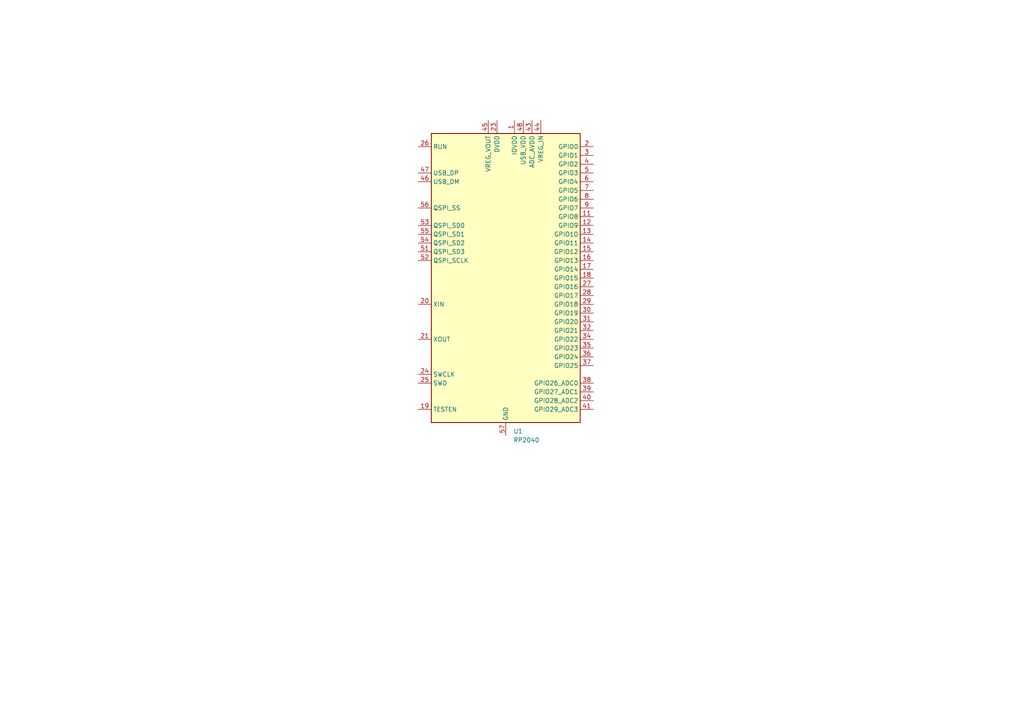
<source format=kicad_sch>
(kicad_sch (version 20230121) (generator eeschema)
  (paper "A4")
  (lib_symbols
    (symbol "MCU_RaspberryPi:RP2040"
      (property "Reference" "U" (at 17.78 45.72 0))
      (property "Value" "RP2040" (at 17.78 43.18 0))
      (symbol "RP2040_0_1"
        (rectangle (start -21.59 41.91) (end 21.59 -41.91) (stroke (width 0.254)) (fill (type background)))
      )
      (symbol "RP2040_1_1"
        (pin power_in line (at 2.54 45.72 270) (length 3.81) (name "IOVDD") (number "1"))
        (pin passive line (at 2.54 45.72 270) (length 3.81) hide (name "IOVDD") (number "10"))
        (pin bidirectional line (at 25.4 17.78 180) (length 3.81) (name "GPIO8") (number "11"))
        (pin bidirectional line (at 25.4 15.24 180) (length 3.81) (name "GPIO9") (number "12"))
        (pin bidirectional line (at 25.4 12.7 180) (length 3.81) (name "GPIO10") (number "13"))
        (pin bidirectional line (at 25.4 10.16 180) (length 3.81) (name "GPIO11") (number "14"))
        (pin bidirectional line (at 25.4 7.62 180) (length 3.81) (name "GPIO12") (number "15"))
        (pin bidirectional line (at 25.4 5.08 180) (length 3.81) (name "GPIO13") (number "16"))
        (pin bidirectional line (at 25.4 2.54 180) (length 3.81) (name "GPIO14") (number "17"))
        (pin bidirectional line (at 25.4 0 180) (length 3.81) (name "GPIO15") (number "18"))
        (pin input line (at -25.4 -38.1 0) (length 3.81) (name "TESTEN") (number "19"))
        (pin bidirectional line (at 25.4 38.1 180) (length 3.81) (name "GPIO0") (number "2"))
        (pin input line (at -25.4 -7.62 0) (length 3.81) (name "XIN") (number "20"))
        (pin passive line (at -25.4 -17.78 0) (length 3.81) (name "XOUT") (number "21"))
        (pin passive line (at 2.54 45.72 270) (length 3.81) hide (name "IOVDD") (number "22"))
        (pin power_in line (at -2.54 45.72 270) (length 3.81) (name "DVDD") (number "23"))
        (pin input line (at -25.4 -27.94 0) (length 3.81) (name "SWCLK") (number "24"))
        (pin bidirectional line (at -25.4 -30.48 0) (length 3.81) (name "SWD") (number "25"))
        (pin input line (at -25.4 38.1 0) (length 3.81) (name "RUN") (number "26"))
        (pin bidirectional line (at 25.4 -2.54 180) (length 3.81) (name "GPIO16") (number "27"))
        (pin bidirectional line (at 25.4 -5.08 180) (length 3.81) (name "GPIO17") (number "28"))
        (pin bidirectional line (at 25.4 -7.62 180) (length 3.81) (name "GPIO18") (number "29"))
        (pin bidirectional line (at 25.4 35.56 180) (length 3.81) (name "GPIO1") (number "3"))
        (pin bidirectional line (at 25.4 -10.16 180) (length 3.81) (name "GPIO19") (number "30"))
        (pin bidirectional line (at 25.4 -12.7 180) (length 3.81) (name "GPIO20") (number "31"))
        (pin bidirectional line (at 25.4 -15.24 180) (length 3.81) (name "GPIO21") (number "32"))
        (pin passive line (at 2.54 45.72 270) (length 3.81) hide (name "IOVDD") (number "33"))
        (pin bidirectional line (at 25.4 -17.78 180) (length 3.81) (name "GPIO22") (number "34"))
        (pin bidirectional line (at 25.4 -20.32 180) (length 3.81) (name "GPIO23") (number "35"))
        (pin bidirectional line (at 25.4 -22.86 180) (length 3.81) (name "GPIO24") (number "36"))
        (pin bidirectional line (at 25.4 -25.4 180) (length 3.81) (name "GPIO25") (number "37"))
        (pin bidirectional line (at 25.4 -30.48 180) (length 3.81) (name "GPIO26_ADC0") (number "38"))
        (pin bidirectional line (at 25.4 -33.02 180) (length 3.81) (name "GPIO27_ADC1") (number "39"))
        (pin bidirectional line (at 25.4 33.02 180) (length 3.81) (name "GPIO2") (number "4"))
        (pin bidirectional line (at 25.4 -35.56 180) (length 3.81) (name "GPIO28_ADC2") (number "40"))
        (pin bidirectional line (at 25.4 -38.1 180) (length 3.81) (name "GPIO29_ADC3") (number "41"))
        (pin passive line (at 2.54 45.72 270) (length 3.81) hide (name "IOVDD") (number "42"))
        (pin power_in line (at 7.62 45.72 270) (length 3.81) (name "ADC_AVDD") (number "43"))
        (pin power_in line (at 10.16 45.72 270) (length 3.81) (name "VREG_IN") (number "44"))
        (pin power_out line (at -5.08 45.72 270) (length 3.81) (name "VREG_VOUT") (number "45"))
        (pin bidirectional line (at -25.4 27.94 0) (length 3.81) (name "USB_DM") (number "46"))
        (pin bidirectional line (at -25.4 30.48 0) (length 3.81) (name "USB_DP") (number "47"))
        (pin power_in line (at 5.08 45.72 270) (length 3.81) (name "USB_VDD") (number "48"))
        (pin passive line (at 2.54 45.72 270) (length 3.81) hide (name "IOVDD") (number "49"))
        (pin bidirectional line (at 25.4 30.48 180) (length 3.81) (name "GPIO3") (number "5"))
        (pin passive line (at -2.54 45.72 270) (length 3.81) hide (name "DVDD") (number "50"))
        (pin bidirectional line (at -25.4 7.62 0) (length 3.81) (name "QSPI_SD3") (number "51"))
        (pin output line (at -25.4 5.08 0) (length 3.81) (name "QSPI_SCLK") (number "52"))
        (pin bidirectional line (at -25.4 15.24 0) (length 3.81) (name "QSPI_SD0") (number "53"))
        (pin bidirectional line (at -25.4 10.16 0) (length 3.81) (name "QSPI_SD2") (number "54"))
        (pin bidirectional line (at -25.4 12.7 0) (length 3.81) (name "QSPI_SD1") (number "55"))
        (pin bidirectional line (at -25.4 20.32 0) (length 3.81) (name "QSPI_SS") (number "56"))
        (pin power_in line (at 0 -45.72 90) (length 3.81) (name "GND") (number "57"))
        (pin bidirectional line (at 25.4 27.94 180) (length 3.81) (name "GPIO4") (number "6"))
        (pin bidirectional line (at 25.4 25.4 180) (length 3.81) (name "GPIO5") (number "7"))
        (pin bidirectional line (at 25.4 22.86 180) (length 3.81) (name "GPIO6") (number "8"))
        (pin bidirectional line (at 25.4 20.32 180) (length 3.81) (name "GPIO7") (number "9"))
      )
    )
  )
  (symbol (lib_id "MCU_RaspberryPi:RP2040") (at 146.685 80.645 0) (unit 1)
    (property "Reference" "U1" (at 148.8791 125.095 0) (effects (justify left)))
    (property "Value" "RP2040" (at 148.8791 127.635 0) (effects (justify left)))
    (property "Footprint" "Package_DFN_QFN:QFN-56-1EP_7x7mm_P0.4mm_EP3.2x3.2mm" (effects hide))
    (property "Datasheet" "https://datasheets.raspberrypi.com/rp2040/rp2040-datasheet.pdf" (effects hide))
  )
)
</source>
